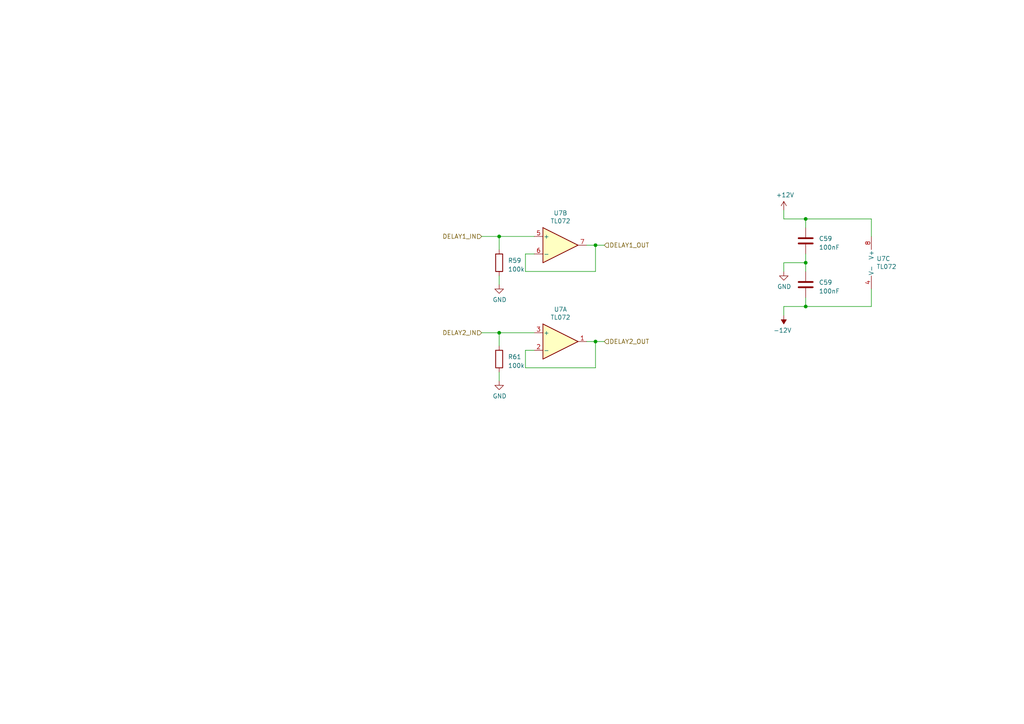
<source format=kicad_sch>
(kicad_sch (version 20230121) (generator eeschema)
  (paper "A4")
  (title_block (date "2022-03-04") (rev "v05") (comment 2 "creativecommons.org/licenses/by/4.0/") (comment 3 "License: CC BY 4.0") (comment 4 "Author: Guy John"))
  (lib_symbols
    (symbol "Amplifier_Operational:TL072" (pin_names (offset 0.127))
      (property "Reference" "U" (at 0 5.08 0))
      (property "Value" "TL072" (at 0 -5.08 0))
      (symbol "TL072_1_1"
        (polyline (pts (xy -5.08 5.08) (xy 5.08 0) (xy -5.08 -5.08) (xy -5.08 5.08)) (stroke (width 0.254)) (fill (type background)))
        (pin output line (at 7.62 0 180) (length 2.54) (name "~") (number "1"))
        (pin input line (at -7.62 -2.54 0) (length 2.54) (name "-") (number "2"))
        (pin input line (at -7.62 2.54 0) (length 2.54) (name "+") (number "3"))
      )
      (symbol "TL072_2_1"
        (polyline (pts (xy -5.08 5.08) (xy 5.08 0) (xy -5.08 -5.08) (xy -5.08 5.08)) (stroke (width 0.254)) (fill (type background)))
        (pin input line (at -7.62 2.54 0) (length 2.54) (name "+") (number "5"))
        (pin input line (at -7.62 -2.54 0) (length 2.54) (name "-") (number "6"))
        (pin output line (at 7.62 0 180) (length 2.54) (name "~") (number "7"))
      )
      (symbol "TL072_3_1"
        (pin power_in line (at -2.54 -7.62 90) (length 3.81) (name "V-") (number "4"))
        (pin power_in line (at -2.54 7.62 270) (length 3.81) (name "V+") (number "8"))
      )
    )
    (symbol "Rumblesan Standard Parts:C" (pin_numbers hide) (pin_names (offset 0.254) hide)
      (property "Reference" "C?" (at -6.35 0 90))
      (property "Value" "C" (at -3.81 0 90))
      (symbol "C_0_1"
        (polyline (pts (xy -2.032 -0.762) (xy 2.032 -0.762)) (stroke (width 0.508)))
        (polyline (pts (xy -2.032 0.762) (xy 2.032 0.762)) (stroke (width 0.508)))
      )
      (symbol "C_1_1"
        (pin passive line (at 0 3.81 270) (length 2.794) (name "~") (number "1"))
        (pin passive line (at 0 -3.81 90) (length 2.794) (name "~") (number "2"))
      )
    )
    (symbol "Rumblesan Standard Parts:R" (pin_numbers hide) (pin_names (offset 0))
      (property "Reference" "R?" (at -5.08 0 90))
      (property "Value" "R" (at -2.54 0 90))
      (symbol "R_0_1"
        (rectangle (start 1.016 2.54) (end -1.016 -2.54) (stroke (width 0.254)))
      )
      (symbol "R_1_1"
        (pin passive line (at 0 -3.81 90) (length 1.27) (name "~") (number "1"))
        (pin passive line (at 0 3.81 270) (length 1.27) (name "~") (number "2"))
      )
    )
    (symbol "power:+12V" (power) (pin_names (offset 0))
      (property "Value" "+12V" (at 0 3.556 0))
      (symbol "+12V_0_1"
        (polyline (pts (xy -0.762 1.27) (xy 0 2.54)))
        (polyline (pts (xy 0 0) (xy 0 2.54)))
        (polyline (pts (xy 0 2.54) (xy 0.762 1.27)))
      )
      (symbol "+12V_1_1"
        (pin power_in line (at 0 0 90) (length 0) hide (name "+12V") (number "1"))
      )
    )
    (symbol "power:-12V" (power) (pin_names (offset 0))
      (property "Value" "-12V" (at 0 3.81 0))
      (symbol "-12V_0_0"
        (pin power_in line (at 0 0 90) (length 0) hide (name "-12V") (number "1"))
      )
      (symbol "-12V_0_1"
        (polyline (pts (xy 0 0) (xy 0 1.27) (xy 0.762 1.27) (xy 0 2.54) (xy -0.762 1.27) (xy 0 1.27)) (fill (type outline)))
      )
    )
    (symbol "power:GND" (power) (pin_names (offset 0))
      (property "Value" "GND" (at 0 -3.81 0))
      (symbol "GND_0_1"
        (polyline (pts (xy 0 0) (xy 0 -1.27) (xy 1.27 -1.27) (xy 0 -2.54) (xy -1.27 -1.27) (xy 0 -1.27)))
      )
      (symbol "GND_1_1"
        (pin power_in line (at 0 0 270) (length 0) hide (name "GND") (number "1"))
      )
    )
  )
  (junction (at 233.68 63.5))
  (junction (at 172.72 71.12))
  (junction (at 233.68 76.2))
  (junction (at 144.78 68.58))
  (junction (at 144.78 96.52))
  (junction (at 233.68 88.9))
  (junction (at 172.72 99.06))
  (wire (pts (xy 154.94 73.66) (xy 152.4 73.66)))
  (wire (pts (xy 170.18 71.12) (xy 172.72 71.12)))
  (wire (pts (xy 252.73 63.5) (xy 252.73 68.58)))
  (wire (pts (xy 227.33 88.9) (xy 233.68 88.9)))
  (wire (pts (xy 144.78 96.52) (xy 154.94 96.52)))
  (wire (pts (xy 144.78 80.01) (xy 144.78 82.55)))
  (wire (pts (xy 152.4 78.74) (xy 172.72 78.74)))
  (wire (pts (xy 144.78 68.58) (xy 154.94 68.58)))
  (wire (pts (xy 152.4 106.68) (xy 172.72 106.68)))
  (wire (pts (xy 227.33 63.5) (xy 233.68 63.5)))
  (wire (pts (xy 152.4 73.66) (xy 152.4 78.74)))
  (wire (pts (xy 233.68 88.9) (xy 233.68 86.36)))
  (wire (pts (xy 233.68 76.2) (xy 233.68 73.66)))
  (wire (pts (xy 227.33 88.9) (xy 227.33 91.44)))
  (wire (pts (xy 233.68 63.5) (xy 233.68 66.04)))
  (wire (pts (xy 252.73 88.9) (xy 252.73 83.82)))
  (wire (pts (xy 139.7 96.52) (xy 144.78 96.52)))
  (wire (pts (xy 233.68 78.74) (xy 233.68 76.2)))
  (wire (pts (xy 172.72 106.68) (xy 172.72 99.06)))
  (wire (pts (xy 152.4 101.6) (xy 152.4 106.68)))
  (wire (pts (xy 144.78 100.33) (xy 144.78 96.52)))
  (wire (pts (xy 172.72 99.06) (xy 170.18 99.06)))
  (wire (pts (xy 233.68 76.2) (xy 227.33 76.2)))
  (wire (pts (xy 139.7 68.58) (xy 144.78 68.58)))
  (wire (pts (xy 144.78 72.39) (xy 144.78 68.58)))
  (wire (pts (xy 227.33 76.2) (xy 227.33 78.74)))
  (wire (pts (xy 233.68 63.5) (xy 252.73 63.5)))
  (wire (pts (xy 172.72 71.12) (xy 175.26 71.12)))
  (wire (pts (xy 233.68 88.9) (xy 252.73 88.9)))
  (wire (pts (xy 172.72 99.06) (xy 175.26 99.06)))
  (wire (pts (xy 154.94 101.6) (xy 152.4 101.6)))
  (wire (pts (xy 144.78 107.95) (xy 144.78 110.49)))
  (wire (pts (xy 227.33 60.96) (xy 227.33 63.5)))
  (wire (pts (xy 172.72 78.74) (xy 172.72 71.12)))
  (hierarchical_label "DELAY1_IN" (shape input) (at 139.7 68.58 180))
  (hierarchical_label "DELAY2_IN" (shape input) (at 139.7 96.52 180))
  (hierarchical_label "DELAY1_OUT" (shape input) (at 175.26 71.12 0))
  (hierarchical_label "DELAY2_OUT" (shape input) (at 175.26 99.06 0))
  (symbol (lib_id "Amplifier_Operational:TL072") (at 162.56 99.06 0) (unit 1)
    (property "Reference" "U7" (at 162.56 89.7382 0))
    (property "Value" "TL072" (at 162.56 92.0496 0))
    (property "Footprint" "Package_DIP:DIP-8_W7.62mm_Socket" (effects hide))
    (property "Datasheet" "http://www.ti.com/lit/ds/symlink/tl071.pdf" (effects hide))
  )
  (symbol (lib_id "Amplifier_Operational:TL072") (at 162.56 71.12 0) (unit 2)
    (property "Reference" "U7" (at 162.56 61.7982 0))
    (property "Value" "TL072" (at 162.56 64.1096 0))
    (property "Footprint" "Package_DIP:DIP-8_W7.62mm_Socket" (effects hide))
    (property "Datasheet" "http://www.ti.com/lit/ds/symlink/tl071.pdf" (effects hide))
  )
  (symbol (lib_id "Amplifier_Operational:TL072") (at 255.27 76.2 0) (unit 3)
    (property "Reference" "U7" (at 254.2032 75.0316 0) (effects (justify left)))
    (property "Value" "TL072" (at 254.2032 77.343 0) (effects (justify left)))
    (property "Footprint" "Package_DIP:DIP-8_W7.62mm_Socket" (effects hide))
    (property "Datasheet" "http://www.ti.com/lit/ds/symlink/tl071.pdf" (effects hide))
  )
  (symbol (lib_id "Rumblesan Standard Parts:C") (at 233.68 69.85 180) (unit 1)
    (property "Reference" "C59" (at 237.49 69.215 0) (effects (justify right)))
    (property "Value" "100nF" (at 237.49 71.755 0) (effects (justify right)))
    (property "Footprint" "Rumblesan_Standard_Parts:C_Rect_L7.0mm_W3.5mm_P5.00mm" (effects hide))
    (property "Spec" "ceramic X7R" (effects hide))
    (property "Tolerance" "5%" (effects hide))
    (instances (project "dual-digi-delay" (path "" (reference "C59") (unit 1)) (path "" (reference "C40") (unit 1))))
  )
  (symbol (lib_id "power:GND") (at 144.78 110.49 0) (unit 1)
    (property "Reference" "#PWR0150" (effects hide))
    (property "Value" "GND" (at 144.907 114.8842 0))
  )
  (symbol (lib_id "power:-12V") (at 227.33 91.44 180) (unit 1)
    (property "Reference" "#PWR0146" (effects hide))
    (property "Value" "-12V" (at 226.949 95.8342 0))
  )
  (symbol (lib_id "Rumblesan Standard Parts:C") (at 233.68 82.55 180) (unit 1)
    (property "Reference" "C59" (at 237.49 81.915 0) (effects (justify right)))
    (property "Value" "100nF" (at 237.49 84.455 0) (effects (justify right)))
    (property "Footprint" "Rumblesan_Standard_Parts:C_Rect_L7.0mm_W3.5mm_P5.00mm" (effects hide))
    (property "Spec" "ceramic X7R" (effects hide))
    (property "Tolerance" "5%" (effects hide))
    (instances (project "dual-digi-delay" (path "" (reference "C59") (unit 1)) (path "" (reference "C41") (unit 1))))
  )
  (symbol (lib_id "Rumblesan Standard Parts:R") (at 144.78 76.2 180) (unit 1)
    (property "Reference" "R59" (at 147.32 75.565 0) (effects (justify right)))
    (property "Value" "100k" (at 147.32 78.105 0) (effects (justify right)))
    (property "Footprint" "Rumblesan_Standard_Parts:R_Axial_DIN0207_L6.3mm_D2.5mm_P10.16mm_Horizontal" (effects hide))
    (property "Tolerance" "1%" (effects hide))
    (property "Power" "0.5W" (effects hide))
    (property "Spec" "metal film" (effects hide))
  )
  (symbol (lib_id "power:+12V") (at 227.33 60.96 0) (unit 1)
    (property "Reference" "#PWR0148" (effects hide))
    (property "Value" "+12V" (at 227.711 56.5658 0))
  )
  (symbol (lib_id "Rumblesan Standard Parts:R") (at 144.78 104.14 180) (unit 1)
    (property "Reference" "R61" (at 147.32 103.505 0) (effects (justify right)))
    (property "Value" "100k" (at 147.32 106.045 0) (effects (justify right)))
    (property "Footprint" "Rumblesan_Standard_Parts:R_Axial_DIN0207_L6.3mm_D2.5mm_P10.16mm_Horizontal" (effects hide))
    (property "Tolerance" "1%" (effects hide))
    (property "Power" "0.5W" (effects hide))
    (property "Spec" "metal film" (effects hide))
  )
  (symbol (lib_id "power:GND") (at 227.33 78.74 0) (unit 1)
    (property "Reference" "#PWR0147" (effects hide))
    (property "Value" "GND" (at 227.457 83.1342 0))
  )
  (symbol (lib_id "power:GND") (at 144.78 82.55 0) (unit 1)
    (property "Reference" "#PWR0149" (effects hide))
    (property "Value" "GND" (at 144.907 86.9442 0))
  )
)
</source>
